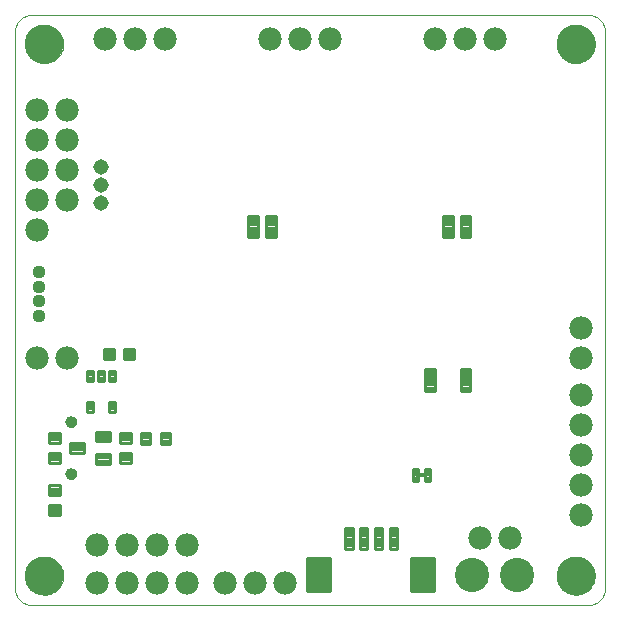
<source format=gbs>
G75*
%MOIN*%
%OFA0B0*%
%FSLAX24Y24*%
%IPPOS*%
%LPD*%
%AMOC8*
5,1,8,0,0,1.08239X$1,22.5*
%
%ADD10C,0.0000*%
%ADD11C,0.1300*%
%ADD12C,0.0780*%
%ADD13C,0.0394*%
%ADD14C,0.0437*%
%ADD15C,0.0108*%
%ADD16C,0.0114*%
%ADD17C,0.0130*%
%ADD18C,0.0115*%
%ADD19C,0.0516*%
%ADD20C,0.0116*%
%ADD21C,0.0120*%
%ADD22C,0.1142*%
D10*
X000588Y000721D02*
X000588Y019224D01*
X000587Y019224D02*
X000589Y019270D01*
X000594Y019316D01*
X000603Y019362D01*
X000616Y019407D01*
X000632Y019450D01*
X000651Y019492D01*
X000674Y019533D01*
X000700Y019571D01*
X000729Y019608D01*
X000760Y019642D01*
X000794Y019673D01*
X000831Y019702D01*
X000869Y019728D01*
X000910Y019751D01*
X000952Y019770D01*
X000995Y019786D01*
X001040Y019799D01*
X001086Y019808D01*
X001132Y019813D01*
X001178Y019815D01*
X019682Y019815D01*
X019728Y019813D01*
X019774Y019808D01*
X019820Y019799D01*
X019865Y019786D01*
X019908Y019770D01*
X019950Y019751D01*
X019991Y019728D01*
X020029Y019702D01*
X020066Y019673D01*
X020100Y019642D01*
X020131Y019608D01*
X020160Y019571D01*
X020186Y019533D01*
X020209Y019492D01*
X020228Y019450D01*
X020244Y019407D01*
X020257Y019362D01*
X020266Y019316D01*
X020271Y019270D01*
X020273Y019224D01*
X020273Y000721D01*
X020271Y000675D01*
X020266Y000629D01*
X020257Y000583D01*
X020244Y000538D01*
X020228Y000495D01*
X020209Y000453D01*
X020186Y000412D01*
X020160Y000374D01*
X020131Y000337D01*
X020100Y000303D01*
X020066Y000272D01*
X020029Y000243D01*
X019991Y000217D01*
X019950Y000194D01*
X019908Y000175D01*
X019865Y000159D01*
X019820Y000146D01*
X019774Y000137D01*
X019728Y000132D01*
X019682Y000130D01*
X001178Y000130D01*
X001132Y000132D01*
X001086Y000137D01*
X001040Y000146D01*
X000995Y000159D01*
X000952Y000175D01*
X000910Y000194D01*
X000869Y000217D01*
X000831Y000243D01*
X000794Y000272D01*
X000760Y000303D01*
X000729Y000337D01*
X000700Y000374D01*
X000674Y000412D01*
X000651Y000453D01*
X000632Y000495D01*
X000616Y000538D01*
X000603Y000583D01*
X000594Y000629D01*
X000589Y000675D01*
X000587Y000721D01*
X000942Y001114D02*
X000944Y001164D01*
X000950Y001214D01*
X000960Y001263D01*
X000974Y001311D01*
X000991Y001358D01*
X001012Y001403D01*
X001037Y001447D01*
X001065Y001488D01*
X001097Y001527D01*
X001131Y001564D01*
X001168Y001598D01*
X001208Y001628D01*
X001250Y001655D01*
X001294Y001679D01*
X001340Y001700D01*
X001387Y001716D01*
X001435Y001729D01*
X001485Y001738D01*
X001534Y001743D01*
X001585Y001744D01*
X001635Y001741D01*
X001684Y001734D01*
X001733Y001723D01*
X001781Y001708D01*
X001827Y001690D01*
X001872Y001668D01*
X001915Y001642D01*
X001956Y001613D01*
X001995Y001581D01*
X002031Y001546D01*
X002063Y001508D01*
X002093Y001468D01*
X002120Y001425D01*
X002143Y001381D01*
X002162Y001335D01*
X002178Y001287D01*
X002190Y001238D01*
X002198Y001189D01*
X002202Y001139D01*
X002202Y001089D01*
X002198Y001039D01*
X002190Y000990D01*
X002178Y000941D01*
X002162Y000893D01*
X002143Y000847D01*
X002120Y000803D01*
X002093Y000760D01*
X002063Y000720D01*
X002031Y000682D01*
X001995Y000647D01*
X001956Y000615D01*
X001915Y000586D01*
X001872Y000560D01*
X001827Y000538D01*
X001781Y000520D01*
X001733Y000505D01*
X001684Y000494D01*
X001635Y000487D01*
X001585Y000484D01*
X001534Y000485D01*
X001485Y000490D01*
X001435Y000499D01*
X001387Y000512D01*
X001340Y000528D01*
X001294Y000549D01*
X001250Y000573D01*
X001208Y000600D01*
X001168Y000630D01*
X001131Y000664D01*
X001097Y000701D01*
X001065Y000740D01*
X001037Y000781D01*
X001012Y000825D01*
X000991Y000870D01*
X000974Y000917D01*
X000960Y000965D01*
X000950Y001014D01*
X000944Y001064D01*
X000942Y001114D01*
X002286Y004514D02*
X002288Y004540D01*
X002294Y004566D01*
X002304Y004591D01*
X002317Y004614D01*
X002333Y004634D01*
X002353Y004652D01*
X002375Y004667D01*
X002398Y004679D01*
X002424Y004687D01*
X002450Y004691D01*
X002476Y004691D01*
X002502Y004687D01*
X002528Y004679D01*
X002552Y004667D01*
X002573Y004652D01*
X002593Y004634D01*
X002609Y004614D01*
X002622Y004591D01*
X002632Y004566D01*
X002638Y004540D01*
X002640Y004514D01*
X002638Y004488D01*
X002632Y004462D01*
X002622Y004437D01*
X002609Y004414D01*
X002593Y004394D01*
X002573Y004376D01*
X002551Y004361D01*
X002528Y004349D01*
X002502Y004341D01*
X002476Y004337D01*
X002450Y004337D01*
X002424Y004341D01*
X002398Y004349D01*
X002374Y004361D01*
X002353Y004376D01*
X002333Y004394D01*
X002317Y004414D01*
X002304Y004437D01*
X002294Y004462D01*
X002288Y004488D01*
X002286Y004514D01*
X002286Y006246D02*
X002288Y006272D01*
X002294Y006298D01*
X002304Y006323D01*
X002317Y006346D01*
X002333Y006366D01*
X002353Y006384D01*
X002375Y006399D01*
X002398Y006411D01*
X002424Y006419D01*
X002450Y006423D01*
X002476Y006423D01*
X002502Y006419D01*
X002528Y006411D01*
X002552Y006399D01*
X002573Y006384D01*
X002593Y006366D01*
X002609Y006346D01*
X002622Y006323D01*
X002632Y006298D01*
X002638Y006272D01*
X002640Y006246D01*
X002638Y006220D01*
X002632Y006194D01*
X002622Y006169D01*
X002609Y006146D01*
X002593Y006126D01*
X002573Y006108D01*
X002551Y006093D01*
X002528Y006081D01*
X002502Y006073D01*
X002476Y006069D01*
X002450Y006069D01*
X002424Y006073D01*
X002398Y006081D01*
X002374Y006093D01*
X002353Y006108D01*
X002333Y006126D01*
X002317Y006146D01*
X002304Y006169D01*
X002294Y006194D01*
X002288Y006220D01*
X002286Y006246D01*
X000942Y018831D02*
X000944Y018881D01*
X000950Y018931D01*
X000960Y018980D01*
X000974Y019028D01*
X000991Y019075D01*
X001012Y019120D01*
X001037Y019164D01*
X001065Y019205D01*
X001097Y019244D01*
X001131Y019281D01*
X001168Y019315D01*
X001208Y019345D01*
X001250Y019372D01*
X001294Y019396D01*
X001340Y019417D01*
X001387Y019433D01*
X001435Y019446D01*
X001485Y019455D01*
X001534Y019460D01*
X001585Y019461D01*
X001635Y019458D01*
X001684Y019451D01*
X001733Y019440D01*
X001781Y019425D01*
X001827Y019407D01*
X001872Y019385D01*
X001915Y019359D01*
X001956Y019330D01*
X001995Y019298D01*
X002031Y019263D01*
X002063Y019225D01*
X002093Y019185D01*
X002120Y019142D01*
X002143Y019098D01*
X002162Y019052D01*
X002178Y019004D01*
X002190Y018955D01*
X002198Y018906D01*
X002202Y018856D01*
X002202Y018806D01*
X002198Y018756D01*
X002190Y018707D01*
X002178Y018658D01*
X002162Y018610D01*
X002143Y018564D01*
X002120Y018520D01*
X002093Y018477D01*
X002063Y018437D01*
X002031Y018399D01*
X001995Y018364D01*
X001956Y018332D01*
X001915Y018303D01*
X001872Y018277D01*
X001827Y018255D01*
X001781Y018237D01*
X001733Y018222D01*
X001684Y018211D01*
X001635Y018204D01*
X001585Y018201D01*
X001534Y018202D01*
X001485Y018207D01*
X001435Y018216D01*
X001387Y018229D01*
X001340Y018245D01*
X001294Y018266D01*
X001250Y018290D01*
X001208Y018317D01*
X001168Y018347D01*
X001131Y018381D01*
X001097Y018418D01*
X001065Y018457D01*
X001037Y018498D01*
X001012Y018542D01*
X000991Y018587D01*
X000974Y018634D01*
X000960Y018682D01*
X000950Y018731D01*
X000944Y018781D01*
X000942Y018831D01*
X018659Y018831D02*
X018661Y018881D01*
X018667Y018931D01*
X018677Y018980D01*
X018691Y019028D01*
X018708Y019075D01*
X018729Y019120D01*
X018754Y019164D01*
X018782Y019205D01*
X018814Y019244D01*
X018848Y019281D01*
X018885Y019315D01*
X018925Y019345D01*
X018967Y019372D01*
X019011Y019396D01*
X019057Y019417D01*
X019104Y019433D01*
X019152Y019446D01*
X019202Y019455D01*
X019251Y019460D01*
X019302Y019461D01*
X019352Y019458D01*
X019401Y019451D01*
X019450Y019440D01*
X019498Y019425D01*
X019544Y019407D01*
X019589Y019385D01*
X019632Y019359D01*
X019673Y019330D01*
X019712Y019298D01*
X019748Y019263D01*
X019780Y019225D01*
X019810Y019185D01*
X019837Y019142D01*
X019860Y019098D01*
X019879Y019052D01*
X019895Y019004D01*
X019907Y018955D01*
X019915Y018906D01*
X019919Y018856D01*
X019919Y018806D01*
X019915Y018756D01*
X019907Y018707D01*
X019895Y018658D01*
X019879Y018610D01*
X019860Y018564D01*
X019837Y018520D01*
X019810Y018477D01*
X019780Y018437D01*
X019748Y018399D01*
X019712Y018364D01*
X019673Y018332D01*
X019632Y018303D01*
X019589Y018277D01*
X019544Y018255D01*
X019498Y018237D01*
X019450Y018222D01*
X019401Y018211D01*
X019352Y018204D01*
X019302Y018201D01*
X019251Y018202D01*
X019202Y018207D01*
X019152Y018216D01*
X019104Y018229D01*
X019057Y018245D01*
X019011Y018266D01*
X018967Y018290D01*
X018925Y018317D01*
X018885Y018347D01*
X018848Y018381D01*
X018814Y018418D01*
X018782Y018457D01*
X018754Y018498D01*
X018729Y018542D01*
X018708Y018587D01*
X018691Y018634D01*
X018677Y018682D01*
X018667Y018731D01*
X018661Y018781D01*
X018659Y018831D01*
X018659Y001114D02*
X018661Y001164D01*
X018667Y001214D01*
X018677Y001263D01*
X018691Y001311D01*
X018708Y001358D01*
X018729Y001403D01*
X018754Y001447D01*
X018782Y001488D01*
X018814Y001527D01*
X018848Y001564D01*
X018885Y001598D01*
X018925Y001628D01*
X018967Y001655D01*
X019011Y001679D01*
X019057Y001700D01*
X019104Y001716D01*
X019152Y001729D01*
X019202Y001738D01*
X019251Y001743D01*
X019302Y001744D01*
X019352Y001741D01*
X019401Y001734D01*
X019450Y001723D01*
X019498Y001708D01*
X019544Y001690D01*
X019589Y001668D01*
X019632Y001642D01*
X019673Y001613D01*
X019712Y001581D01*
X019748Y001546D01*
X019780Y001508D01*
X019810Y001468D01*
X019837Y001425D01*
X019860Y001381D01*
X019879Y001335D01*
X019895Y001287D01*
X019907Y001238D01*
X019915Y001189D01*
X019919Y001139D01*
X019919Y001089D01*
X019915Y001039D01*
X019907Y000990D01*
X019895Y000941D01*
X019879Y000893D01*
X019860Y000847D01*
X019837Y000803D01*
X019810Y000760D01*
X019780Y000720D01*
X019748Y000682D01*
X019712Y000647D01*
X019673Y000615D01*
X019632Y000586D01*
X019589Y000560D01*
X019544Y000538D01*
X019498Y000520D01*
X019450Y000505D01*
X019401Y000494D01*
X019352Y000487D01*
X019302Y000484D01*
X019251Y000485D01*
X019202Y000490D01*
X019152Y000499D01*
X019104Y000512D01*
X019057Y000528D01*
X019011Y000549D01*
X018967Y000573D01*
X018925Y000600D01*
X018885Y000630D01*
X018848Y000664D01*
X018814Y000701D01*
X018782Y000740D01*
X018754Y000781D01*
X018729Y000825D01*
X018708Y000870D01*
X018691Y000917D01*
X018677Y000965D01*
X018667Y001014D01*
X018661Y001064D01*
X018659Y001114D01*
D11*
X019289Y001114D03*
X001572Y001114D03*
X001572Y018831D03*
X019289Y018831D03*
D12*
X016588Y019005D03*
X015588Y019005D03*
X014588Y019005D03*
X011088Y019005D03*
X010088Y019005D03*
X009088Y019005D03*
X005588Y019005D03*
X004588Y019005D03*
X003588Y019005D03*
X002338Y016630D03*
X002338Y015630D03*
X002338Y014630D03*
X002338Y013630D03*
X001338Y013630D03*
X001338Y012630D03*
X001338Y014630D03*
X001338Y015630D03*
X001338Y016630D03*
X001338Y008380D03*
X002338Y008380D03*
X003338Y002130D03*
X004338Y002130D03*
X005338Y002130D03*
X006338Y002130D03*
X006338Y000880D03*
X005338Y000880D03*
X004338Y000880D03*
X003338Y000880D03*
X007588Y000880D03*
X008588Y000880D03*
X009588Y000880D03*
X016088Y002380D03*
X017088Y002380D03*
X019463Y003130D03*
X019463Y004130D03*
X019463Y005130D03*
X019463Y006130D03*
X019463Y007130D03*
X019463Y008380D03*
X019463Y009380D03*
D13*
X002463Y006246D03*
X002463Y004514D03*
D14*
X001390Y009767D03*
X001390Y010259D03*
X001390Y010751D03*
X001390Y011243D03*
D15*
X003559Y008687D02*
X003885Y008687D01*
X003885Y008323D01*
X003559Y008323D01*
X003559Y008687D01*
X003559Y008430D02*
X003885Y008430D01*
X003885Y008537D02*
X003559Y008537D01*
X003559Y008644D02*
X003885Y008644D01*
X004228Y008687D02*
X004554Y008687D01*
X004554Y008323D01*
X004228Y008323D01*
X004228Y008687D01*
X004228Y008430D02*
X004554Y008430D01*
X004554Y008537D02*
X004228Y008537D01*
X004228Y008644D02*
X004554Y008644D01*
X004093Y005878D02*
X004093Y005552D01*
X004093Y005878D02*
X004457Y005878D01*
X004457Y005552D01*
X004093Y005552D01*
X004093Y005659D02*
X004457Y005659D01*
X004457Y005766D02*
X004093Y005766D01*
X004093Y005873D02*
X004457Y005873D01*
X004778Y005875D02*
X005104Y005875D01*
X005104Y005511D01*
X004778Y005511D01*
X004778Y005875D01*
X004778Y005618D02*
X005104Y005618D01*
X005104Y005725D02*
X004778Y005725D01*
X004778Y005832D02*
X005104Y005832D01*
X005447Y005875D02*
X005773Y005875D01*
X005773Y005511D01*
X005447Y005511D01*
X005447Y005875D01*
X005447Y005618D02*
X005773Y005618D01*
X005773Y005725D02*
X005447Y005725D01*
X005447Y005832D02*
X005773Y005832D01*
X004093Y005208D02*
X004093Y004882D01*
X004093Y005208D02*
X004457Y005208D01*
X004457Y004882D01*
X004093Y004882D01*
X004093Y004989D02*
X004457Y004989D01*
X004457Y005096D02*
X004093Y005096D01*
X004093Y005203D02*
X004457Y005203D01*
X003280Y005169D02*
X003280Y004843D01*
X003280Y005169D02*
X003762Y005169D01*
X003762Y004843D01*
X003280Y004843D01*
X003280Y004950D02*
X003762Y004950D01*
X003762Y005057D02*
X003280Y005057D01*
X003280Y005164D02*
X003762Y005164D01*
X003280Y005591D02*
X003280Y005917D01*
X003762Y005917D01*
X003762Y005591D01*
X003280Y005591D01*
X003280Y005698D02*
X003762Y005698D01*
X003762Y005805D02*
X003280Y005805D01*
X003280Y005912D02*
X003762Y005912D01*
X002414Y005543D02*
X002414Y005217D01*
X002414Y005543D02*
X002896Y005543D01*
X002896Y005217D01*
X002414Y005217D01*
X002414Y005324D02*
X002896Y005324D01*
X002896Y005431D02*
X002414Y005431D01*
X002414Y005538D02*
X002896Y005538D01*
X002082Y005552D02*
X002082Y005878D01*
X002082Y005552D02*
X001718Y005552D01*
X001718Y005878D01*
X002082Y005878D01*
X002082Y005659D02*
X001718Y005659D01*
X001718Y005766D02*
X002082Y005766D01*
X002082Y005873D02*
X001718Y005873D01*
X002082Y005208D02*
X002082Y004882D01*
X001718Y004882D01*
X001718Y005208D01*
X002082Y005208D01*
X002082Y004989D02*
X001718Y004989D01*
X001718Y005096D02*
X002082Y005096D01*
X002082Y005203D02*
X001718Y005203D01*
X001718Y004128D02*
X002082Y004128D01*
X002082Y003802D01*
X001718Y003802D01*
X001718Y004128D01*
X001718Y003909D02*
X002082Y003909D01*
X002082Y004016D02*
X001718Y004016D01*
X001718Y004123D02*
X002082Y004123D01*
X002082Y003458D02*
X001718Y003458D01*
X002082Y003458D02*
X002082Y003132D01*
X001718Y003132D01*
X001718Y003458D01*
X001718Y003239D02*
X002082Y003239D01*
X002082Y003346D02*
X001718Y003346D01*
X001718Y003453D02*
X002082Y003453D01*
X008362Y012396D02*
X008362Y013114D01*
X008688Y013114D01*
X008688Y012396D01*
X008362Y012396D01*
X008362Y012503D02*
X008688Y012503D01*
X008688Y012610D02*
X008362Y012610D01*
X008362Y012717D02*
X008688Y012717D01*
X008688Y012824D02*
X008362Y012824D01*
X008362Y012931D02*
X008688Y012931D01*
X008688Y013038D02*
X008362Y013038D01*
X008953Y013114D02*
X008953Y012396D01*
X008953Y013114D02*
X009279Y013114D01*
X009279Y012396D01*
X008953Y012396D01*
X008953Y012503D02*
X009279Y012503D01*
X009279Y012610D02*
X008953Y012610D01*
X008953Y012717D02*
X009279Y012717D01*
X009279Y012824D02*
X008953Y012824D01*
X008953Y012931D02*
X009279Y012931D01*
X009279Y013038D02*
X008953Y013038D01*
X014268Y007996D02*
X014268Y007278D01*
X014268Y007996D02*
X014594Y007996D01*
X014594Y007278D01*
X014268Y007278D01*
X014268Y007385D02*
X014594Y007385D01*
X014594Y007492D02*
X014268Y007492D01*
X014268Y007599D02*
X014594Y007599D01*
X014594Y007706D02*
X014268Y007706D01*
X014268Y007813D02*
X014594Y007813D01*
X014594Y007920D02*
X014268Y007920D01*
X015449Y007996D02*
X015449Y007278D01*
X015449Y007996D02*
X015775Y007996D01*
X015775Y007278D01*
X015449Y007278D01*
X015449Y007385D02*
X015775Y007385D01*
X015775Y007492D02*
X015449Y007492D01*
X015449Y007599D02*
X015775Y007599D01*
X015775Y007706D02*
X015449Y007706D01*
X015449Y007813D02*
X015775Y007813D01*
X015775Y007920D02*
X015449Y007920D01*
X015449Y012396D02*
X015449Y013114D01*
X015775Y013114D01*
X015775Y012396D01*
X015449Y012396D01*
X015449Y012503D02*
X015775Y012503D01*
X015775Y012610D02*
X015449Y012610D01*
X015449Y012717D02*
X015775Y012717D01*
X015775Y012824D02*
X015449Y012824D01*
X015449Y012931D02*
X015775Y012931D01*
X015775Y013038D02*
X015449Y013038D01*
X014858Y013114D02*
X014858Y012396D01*
X014858Y013114D02*
X015184Y013114D01*
X015184Y012396D01*
X014858Y012396D01*
X014858Y012503D02*
X015184Y012503D01*
X015184Y012610D02*
X014858Y012610D01*
X014858Y012717D02*
X015184Y012717D01*
X015184Y012824D02*
X014858Y012824D01*
X014858Y012931D02*
X015184Y012931D01*
X015184Y013038D02*
X014858Y013038D01*
D16*
X013321Y002008D02*
X013081Y002008D01*
X013081Y002720D01*
X013321Y002720D01*
X013321Y002008D01*
X013321Y002121D02*
X013081Y002121D01*
X013081Y002234D02*
X013321Y002234D01*
X013321Y002347D02*
X013081Y002347D01*
X013081Y002460D02*
X013321Y002460D01*
X013321Y002573D02*
X013081Y002573D01*
X013081Y002686D02*
X013321Y002686D01*
X012829Y002008D02*
X012589Y002008D01*
X012589Y002720D01*
X012829Y002720D01*
X012829Y002008D01*
X012829Y002121D02*
X012589Y002121D01*
X012589Y002234D02*
X012829Y002234D01*
X012829Y002347D02*
X012589Y002347D01*
X012589Y002460D02*
X012829Y002460D01*
X012829Y002573D02*
X012589Y002573D01*
X012589Y002686D02*
X012829Y002686D01*
X012337Y002008D02*
X012097Y002008D01*
X012097Y002720D01*
X012337Y002720D01*
X012337Y002008D01*
X012337Y002121D02*
X012097Y002121D01*
X012097Y002234D02*
X012337Y002234D01*
X012337Y002347D02*
X012097Y002347D01*
X012097Y002460D02*
X012337Y002460D01*
X012337Y002573D02*
X012097Y002573D01*
X012097Y002686D02*
X012337Y002686D01*
X011845Y002008D02*
X011605Y002008D01*
X011605Y002720D01*
X011845Y002720D01*
X011845Y002008D01*
X011845Y002121D02*
X011605Y002121D01*
X011605Y002234D02*
X011845Y002234D01*
X011845Y002347D02*
X011605Y002347D01*
X011605Y002460D02*
X011845Y002460D01*
X011845Y002573D02*
X011605Y002573D01*
X011605Y002686D02*
X011845Y002686D01*
D17*
X011108Y000589D02*
X010372Y000589D01*
X010372Y001679D01*
X011108Y001679D01*
X011108Y000589D01*
X011108Y000718D02*
X010372Y000718D01*
X010372Y000847D02*
X011108Y000847D01*
X011108Y000976D02*
X010372Y000976D01*
X010372Y001105D02*
X011108Y001105D01*
X011108Y001234D02*
X010372Y001234D01*
X010372Y001363D02*
X011108Y001363D01*
X011108Y001492D02*
X010372Y001492D01*
X010372Y001621D02*
X011108Y001621D01*
X013817Y000589D02*
X014553Y000589D01*
X013817Y000589D02*
X013817Y001679D01*
X014553Y001679D01*
X014553Y000589D01*
X014553Y000718D02*
X013817Y000718D01*
X013817Y000847D02*
X014553Y000847D01*
X014553Y000976D02*
X013817Y000976D01*
X013817Y001105D02*
X014553Y001105D01*
X014553Y001234D02*
X013817Y001234D01*
X013817Y001363D02*
X014553Y001363D01*
X014553Y001492D02*
X013817Y001492D01*
X013817Y001621D02*
X014553Y001621D01*
D18*
X003936Y006585D02*
X003738Y006585D01*
X003738Y006901D01*
X003936Y006901D01*
X003936Y006585D01*
X003936Y006699D02*
X003738Y006699D01*
X003738Y006813D02*
X003936Y006813D01*
X003188Y006585D02*
X002990Y006585D01*
X002990Y006901D01*
X003188Y006901D01*
X003188Y006585D01*
X003188Y006699D02*
X002990Y006699D01*
X002990Y006813D02*
X003188Y006813D01*
X003188Y007605D02*
X002990Y007605D01*
X002990Y007921D01*
X003188Y007921D01*
X003188Y007605D01*
X003188Y007719D02*
X002990Y007719D01*
X002990Y007833D02*
X003188Y007833D01*
X003364Y007605D02*
X003562Y007605D01*
X003364Y007605D02*
X003364Y007921D01*
X003562Y007921D01*
X003562Y007605D01*
X003562Y007719D02*
X003364Y007719D01*
X003364Y007833D02*
X003562Y007833D01*
X003738Y007605D02*
X003936Y007605D01*
X003738Y007605D02*
X003738Y007921D01*
X003936Y007921D01*
X003936Y007605D01*
X003936Y007719D02*
X003738Y007719D01*
X003738Y007833D02*
X003936Y007833D01*
D19*
X003463Y013539D03*
X003463Y014130D03*
X003463Y014721D03*
D20*
X013863Y004262D02*
X014037Y004262D01*
X013863Y004262D02*
X013863Y004686D01*
X014037Y004686D01*
X014037Y004262D01*
X014037Y004377D02*
X013863Y004377D01*
X013863Y004492D02*
X014037Y004492D01*
X014037Y004607D02*
X013863Y004607D01*
X014263Y004262D02*
X014437Y004262D01*
X014263Y004262D02*
X014263Y004686D01*
X014437Y004686D01*
X014437Y004262D01*
X014437Y004377D02*
X014263Y004377D01*
X014263Y004492D02*
X014437Y004492D01*
X014437Y004607D02*
X014263Y004607D01*
D21*
X014310Y004474D02*
X013990Y004474D01*
D22*
X015838Y001130D03*
X017338Y001130D03*
M02*

</source>
